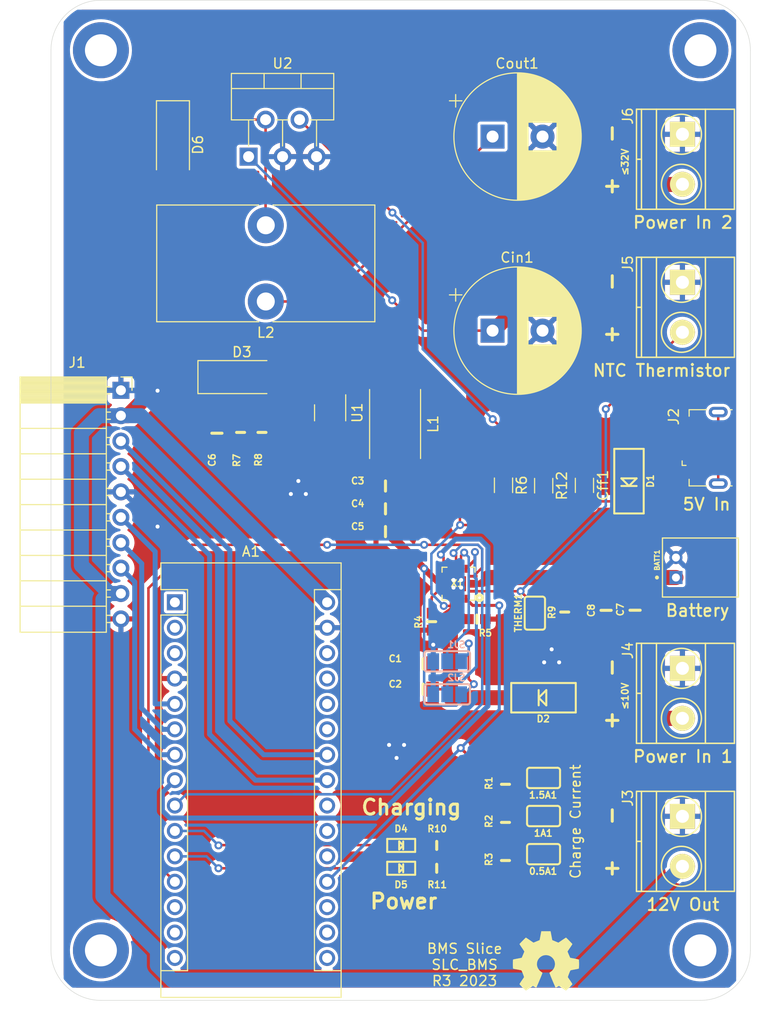
<source format=kicad_pcb>
(kicad_pcb (version 20211014) (generator pcbnew)
  (layers (0 "F.Cu" signal) (31 "B.Cu" signal) (34 "B.Paste" user) (35 "F.Paste" user) (36 "B.SilkS" user "B.Silkscreen") (37 "F.SilkS" user "F.Silkscreen") (38 "B.Mask" user) (39 "F.Mask" user) (44 "Edge.Cuts" user))
  (net 0 "")
  (net 1 "Net-(0.5A1-Pad2)")
  (net 2 "Net-(1.5A1-Pad2)")
  (net 3 "Net-(1A1-Pad2)")
  (net 4 "GND")
  (net 8 "+5V")
  (net 9 "/CHGI")
  (net 10 "/CHG_EN")
  (net 12 "/I2C_CLK")
  (net 13 "/I2C_DAT")
  (net 15 "/SYNC")
  (net 17 "/E_STOP")
  (net 21 "/PGOODI")
  (net 25 "/INT")
  (net 26 "Net-(D3-Pad2)")
  (net 27 "Net-(D5-PadC)")
  (net 28 "/PWR")
  (net 32 "VLIPO")
  (net 33 "VBUS")
  (net 34 "/OUT")
  (net 35 "Net-(D1-PadA)")
  (net 36 "Net-(D2-PadA)")
  (net 37 "Net-(D4-PadC)")
  (net 41 "unconnected-(J2-Pad6)")
  (net 42 "/~{CHG}")
  (net 43 "/~{PGOOD}")
  (net 44 "Net-(R7-Pad2)")
  (net 45 "/ISET")
  (net 46 "/THERM")
  (net 47 "/ILIM")
  (net 48 "/ITERM")
  (net 49 "Net-(R9-Pad1)")
  (net 50 "/EN1")
  (net 51 "/EN2")
  (net 53 "Net-(Cff1-Pad1)")
  (net 54 "/Vmotor")
  (net 55 "Net-(D6-Pad1)")
  (footprint "MountingHole:MountingHole_3.2mm_M3_DIN965_Pad" (layer "F.Cu") (at 127.6 44.8)
    (fp_text reference "H1" hide)
    (fp_text value "MountingHole")
  )
  (footprint "MountingHole:MountingHole_3.2mm_M3_DIN965_Pad" (layer "F.Cu") (at 187.6 44.8)
    (fp_text reference "H2" hide)
    (fp_text value "MountingHole")
  )
  (footprint "MountingHole:MountingHole_3.2mm_M3_DIN965_Pad" (layer "F.Cu") (at 127.6 134.8)
    (fp_text reference "H3" hide)
    (fp_text value "MountingHole")
  )
  (footprint "MountingHole:MountingHole_3.2mm_M3_DIN965_Pad" (layer "F.Cu") (at 187.6 134.8)
    (fp_text reference "H4" hide)
    (fp_text value "MountingHole")
  )
  (footprint "Module:Arduino_Nano" (layer "F.Cu") (at 135 100)
    (fp_text reference "A1")
    (fp_text value "Arduino_Nano_v3.x")
  )
  (footprint "Adafruit_BQ24074:0805-NO" (layer "F.Cu") (at 159.842 108.69 180)
    (fp_text reference "C2")
    (fp_text value "10uF")
  )
  (footprint "Connector_PinSocket_2.54mm:PinSocket_1x10_P2.54mm_Horizontal" (layer "F.Cu") (at 129.6 78.8)
    (fp_text reference "J1")
    (fp_text value "Conn_01x10_Female")
  )
  (footprint "Adafruit_BQ24074:0805-NO" (layer "F.Cu") (at 159.842 106.15 180)
    (fp_text reference "C1")
    (fp_text value "10uF")
  )
  (footprint "Symbol:OSHW-Symbol_6.7x6mm_SilkScreen" (layer "F.Cu") (at 172.13 135.863)
    (fp_text reference "Logo1" hide)
    (fp_text value "Logo_Open_Hardware_Small" hide)
  )
  (footprint "Adafruit_BQ24074:0805-NO" (layer "F.Cu") (at 156.08 88.37 180)
    (fp_text reference "C3")
    (fp_text value "22uF")
  )
  (footprint "Adafruit_BQ24074:0805-NO" (layer "F.Cu") (at 156.08 90.65 180)
    (fp_text reference "C4")
    (fp_text value "C")
  )
  (footprint "Adafruit_BQ24074:0805-NO" (layer "F.Cu") (at 156.08 92.93 180)
    (fp_text reference "C5")
    (fp_text value "C")
  )
  (footprint "Adafruit_BQ24074:0805-NO" (layer "F.Cu") (at 139.21 83.09 -90)
    (fp_text reference "C6")
    (fp_text value "22uF")
  )
  (footprint "Adafruit_BQ24074:SMADIODE" (layer "F.Cu") (at 180.45 87.86 90)
    (fp_text reference "D1")
    (fp_text value "SK34A")
  )
  (footprint "Adafruit_BQ24074:SMADIODE" (layer "F.Cu") (at 171.92 109.54)
    (fp_text reference "D2")
    (fp_text value "SK34A")
  )
  (footprint "Diode_SMD:D_SMA_Handsoldering" (layer "F.Cu") (at 141.71 77.48)
    (fp_text reference "D3")
    (fp_text value "D_Schottky")
  )
  (footprint "Adafruit_BQ24074:CHIPLED_0603" (layer "F.Cu") (at 157.652 124.306 -90)
    (fp_text reference "D4")
    (fp_text value "RED")
  )
  (footprint "Connector_USB:USB_Micro-B_GCT_USB3076-30-A" (layer "F.Cu") (at 188.18 84.55 90)
    (fp_text reference "J2")
    (fp_text value "USB_B_Micro")
  )
  (footprint "Inductor_SMD:L_Taiyo-Yuden_NR-50xx_HandSoldering" (layer "F.Cu") (at 157.04 82.17 90)
    (fp_text reference "L1")
    (fp_text value "22uH")
  )
  (footprint "Adafruit_BQ24074:0603-NO" (layer "F.Cu") (at 168.09 118.195 90)
    (fp_text reference "R1")
    (fp_text value "590" hide)
  )
  (footprint "Adafruit_BQ24074:0603-NO" (layer "F.Cu") (at 168.09 122.005 90)
    (fp_text reference "R2")
    (fp_text value "1K" hide)
  )
  (footprint "Adafruit_BQ24074:0603-NO" (layer "F.Cu") (at 168.09 125.815 90)
    (fp_text reference "R3")
    (fp_text value "2K")
  )
  (footprint "Adafruit_BQ24074:0603-NO" (layer "F.Cu") (at 160.7056 101.9336 -90)
    (fp_text reference "R4")
    (fp_text value "1K")
  )
  (footprint "Adafruit_BQ24074:0603-NO" (layer "F.Cu") (at 165.2268 101.6796)
    (fp_text reference "R5")
    (fp_text value "10K")
  )
  (footprint "Adafruit_BQ24074:0603-NO" (layer "F.Cu") (at 141.58 83.01 -90)
    (fp_text reference "R7")
    (fp_text value "39k")
  )
  (footprint "Adafruit_BQ24074:0603-NO" (layer "F.Cu") (at 143.72 83.01 90)
    (fp_text reference "R8")
    (fp_text value "2.2k")
  )
  (footprint "Adafruit_BQ24074:0603-NO" (layer "F.Cu") (at 174.02 100.972 90)
    (fp_text reference "R9")
    (fp_text value "10K")
  )
  (footprint "Package_TO_SOT_SMD:SOT-23-6" (layer "F.Cu") (at 150.54 81.05 -90)
    (fp_text reference "U1")
    (fp_text value "MT3608")
  )
  (footprint "Inductor_THT:L_Toroid_Vertical_L21.6mm_W11.4mm_P7.62mm_Pulse_KM-3" (layer "F.Cu") (at 144.1 62.3)
    (fp_text reference "L2")
    (fp_text value "53uH")
  )
  (footprint "Capacitor_THT:CP_Radial_D12.5mm_P5.00mm" (layer "F.Cu") (at 166.796041 53.43)
    (fp_text reference "Cout1")
    (fp_text value "470uF")
  )
  (footprint "BREAD_Slice:TerminalBlock_Pheonix_MKDS1.5-2pol" (layer "F.Cu") (at 185.8 121.4 -90)
    (fp_text reference "J3")
    (fp_text value "Screw_Terminal_01x02")
  )
  (footprint "Capacitor_SMD:C_1206_3216Metric_Pad1.33x1.80mm_HandSolder" (layer "F.Cu") (at 175.9925 88.3075 -90)
    (fp_text reference "Cff1")
    (fp_text value "3.3nF")
  )
  (footprint "Diode_SMD:D_SMA_Handsoldering" (layer "F.Cu") (at 134.81 54.25 -90)
    (fp_text reference "D6")
    (fp_text value "D_Schottky")
  )
  (footprint "BREAD_Slice:TerminalBlock_Pheonix_MKDS1.5-2pol" (layer "F.Cu") (at 185.8 106.6 -90)
    (fp_text reference "J4")
    (fp_text value "Screw_Terminal_01x02")
  )
  (footprint "Package_TO_SOT_THT:TO-220-5_P3.4x3.7mm_StaggerOdd_Lead3.8mm_Vertical" (layer "F.Cu") (at 142.38 55.44)
    (fp_text reference "U2")
    (fp_text value "LM2596S-ADJ")
  )
  (footprint "BREAD_Slice:TerminalBlock_Pheonix_MKDS1.5-2pol" (layer "F.Cu") (at 185.8 53.2 -90)
    (fp_text reference "J6")
    (fp_text value "Screw_Terminal_01x02")
  )
  (footprint "Adafruit_BQ24074:0603-NO" (layer "F.Cu") (at 161.208 126.592)
    (fp_text reference "R11")
    (fp_text value "10K")
  )
  (footprint "Adafruit_BQ24074:SOLDERJUMPER_CLOSEDWIRE" (layer "F.Cu") (at 171.9 121.37 180)
    (fp_text reference "1A1")
    (fp_text value "SOLDERJUMPERCLOSED" hide)
  )
  (footprint "Adafruit_BQ24074:SOLDERJUMPER_ARROW_NOPASTE" (layer "F.Cu") (at 171.9 125.18 180)
    (fp_text reference "0.5A1")
    (fp_text value "SOLDERJUMPER" hide)
  )
  (footprint "Adafruit_BQ24074:QFN16_3MM" (layer "F.Cu") (at 163.392 98.143 180)
    (fp_text reference "X1")
    (fp_text value "BQ24074")
  )
  (footprint "Resistor_SMD:R_1206_3216Metric_Pad1.30x1.75mm_HandSolder" (layer "F.Cu") (at 171.9125 88.3375 -90)
    (fp_text reference "R12")
    (fp_text value "4.7k")
  )
  (footprint "Adafruit_BQ24074:0805-NO" (layer "F.Cu") (at 178.16 100.8 -90)
    (fp_text reference "C8")
    (fp_text value "10uF")
  )
  (footprint "BREAD_Slice:TerminalBlock_Pheonix_MKDS1.5-2pol" (layer "F.Cu") (at 185.8 68 -90)
    (fp_text reference "J5")
    (fp_text value "Screw_Terminal_01x02")
  )
  (footprint "Adafruit_BQ24074:SOLDERJUMPER_CLOSEDWIRE" (layer "F.Cu") (at 171.03 101.082 90)
    (fp_text reference "THERM1")
    (fp_text value "SOLDERJUMPERCLOSED")
  )
  (footprint "Resistor_SMD:R_1206_3216Metric_Pad1.30x1.75mm_HandSolder" (layer "F.Cu") (at 167.8925 88.2975 -90)
    (fp_text reference "R6")
    (fp_text value "1k")
  )
  (footprint "Adafruit_BQ24074:SOLDERJUMPER_ARROW_NOPASTE" (layer "F.Cu") (at 171.9 117.56 180)
    (fp_text reference "1.5A1")
    (fp_text value "SOLDERJUMPER" hide)
  )
  (footprint "Capacitor_THT:CP_Radial_D12.5mm_P5.00mm" (layer "F.Cu") (at 166.796041 72.8353)
    (fp_text reference "Cin1")
    (fp_text value "680uF")
  )
  (footprint "Adafruit_BQ24074:0805-NO" (layer "F.Cu") (at 181.06 100.79 -90)
    (fp_text reference "C7")
    (fp_text value "10uF")
  )
  (footprint "Adafruit_BQ24074:CHIPLED_0603" (layer "F.Cu") (at 157.652 126.592 -90)
    (fp_text reference "D5")
    (fp_text value "GREEN")
  )
  (footprint "Adafruit_BQ24074:0603-NO" (layer "F.Cu") (at 161.208 124.306)
    (fp_text reference "R10")
    (fp_text value "10K")
  )
  (footprint "BREAD_Slice:JST_S2B-PH-K-S(LF)(SN)" (layer "F.Cu") (at 185.15 96.52 90)
    (fp_text reference "BATT1")
    (fp_text value "JST 2PH")
  )
  (footprint "Adafruit_BQ24074:SOLDERJUMPER_2WAY_OPEN_NOPASTE" (layer "B.Cu") (at 162.255 105.896 180)
    (fp_text reference locked "SJ1")
    (fp_text value "SOLDERJUMPER_2WAY")
  )
  (footprint "Adafruit_BQ24074:SOLDERJUMPER_2WAY_OPEN_NOPASTE" (layer "B.Cu") (at 162.255 109.198 180)
    (fp_text reference "SJ2")
    (fp_text value "SOLDERJUMPER_2WAY")
  )
  (gr_line (start 192.6 44.8) (end 192.6 134.8) (layer "Edge.Cuts") (width 0.05))
  (gr_line (start 127.6 39.8) (end 187.6 39.8) (layer "Edge.Cuts") (width 0.05))
  (gr_line (start 127.6 139.8) (end 187.6 139.8) (layer "Edge.Cuts") (width 0.05))
  (gr_arc (start 127.6 139.8) (mid 124.064466 138.335534) (end 122.6 134.8) (layer "Edge.Cuts") (width 0.05))
  (gr_arc (start 122.6 44.8) (mid 124.064466 41.264466) (end 127.6 39.8) (layer "Edge.Cuts") (width 0.05))
  (gr_line (start 122.6 134.8) (end 122.6 44.8) (layer "Edge.Cuts") (width 0.05))
  (gr_arc (start 187.6 39.8) (mid 191.135534 41.264466) (end 192.6 44.8) (layer "Edge.Cuts") (width 0.05))
  (gr_arc (start 192.6 134.8) (mid 191.135534 138.335534) (end 187.6 139.8) (layer "Edge.Cuts") (width 0.05))
  (gr_text "Battery" (at 187.31 100.82) (layer "F.SilkS") (effects (font (size 1.2 1.2) (thickness 0.2))))
  (gr_text "+   -" (at 178.67 70.56 90) (layer "F.SilkS") (effects (font (size 1.5 1.5) (thickness 0.3))))
  (gr_text "≤32V" (at 180.45 54.55 90) (layer "F.SilkS") (effects (font (size 0.666496 0.666496) (thickness 0.146304)) (justify right bottom)))
  (gr_text "+   -" (at 178.67 123.96 90) (layer "F.SilkS") (effects (font (size 1.5 1.5) (thickness 0.3))))
  (gr_text "Charging" (at 158.668 120.496) (layer "F.SilkS") (effects (font (size 1.5 1.5) (thickness 0.3))))
  (gr_text "12V Out" (at 185.85 130.22) (layer "F.SilkS") (effects (font (size 1.2 1.2) (thickness 0.2))))
  (gr_text "+   -" (at 178.67 109.16 90) (layer "F.SilkS") (effects (font (size 1.5 1.5) (thickness 0.3))))
  (gr_text "≤10V" (at 180.45 107.95 90) (layer "F.SilkS") (effects (font (size 0.666496 0.666496) (thickness 0.146304)) (justify right bottom)))
  (gr_text "Power" (at 157.906 129.894) (layer "F.SilkS") (effects (font (size 1.5 1.5) (thickness 0.3))))
  (gr_text "+   -" (at 178.67 55.76 90) (layer "F.SilkS") (effects (font (size 1.5 1.5) (thickness 0.3))))
  (gr_text "Power In 2" (at 185.85 62.02) (layer "F.SilkS") (effects (font (size 1.2 1.2) (thickness 0.2))))
  (gr_text "BMS Slice\nSLC_BMS\nR3 2023" (at 164 136.244) (layer "F.SilkS") (effects (font (size 1 1))))
  (gr_text "5V In" (at 188.22 90.2) (layer "F.SilkS") (effects (font (size 1.2 1.2) (thickness 0.2))))
  (gr_text "NTC Thermistor" (at 183.707 76.82) (layer "F.SilkS") (effects (font (size 1.2 1.2) (thickness 0.2))))
  (gr_text "Charge Current" (at 175.1 121.93 90) (layer "F.SilkS") (effects (font (size 1 1))))
  (gr_text "Power In 1" (at 185.85 115.42) (layer "F.SilkS") (effects (font (size 1.2 1.2) (thickness 0.2))))
  (segment (start 170.884 125.18) (end 170.669 124.965) (width 0.25) (layer "F.Cu") (net 1))
  (segment (start 170.669 124.965) (end 168.09 124.965) (width 0.25) (layer "F.Cu") (net 1))
  (segment (start 170.884 117.56) (end 168.305 117.56) (width 0.3) (layer "F.Cu") (net 2))
  (segment (start 168.305 121.37) (end 168.09 121.155) (width 0.25) (layer "F.Cu") (net 3))
  (segment (start 171.138 121.37) (end 168.305 121.37) (width 0.25) (layer "F.Cu") (net 3))
  (segment (start 162.642 98.280498) (end 162.642 96.643) (width 0.25) (layer "F.Cu") (net 4))
  (segment (start 149.631751 78.62) (end 150.54 79.528249) (width 0.25) (layer "F.Cu") (net 4))
  (segment (start 163.142 98.656682) (end 163.142 99.643) (width 0.25) (layer "F.Cu") (net 4))
  (segment (start 133.268 78.84) (end 133.268 92.429) (width 0.5) (layer "F.Cu") (net 4))
  (segment (start 162.891502 98.53) (end 162.642 98.280498) (width 0.25) (layer "F.Cu") (net 4))
  (segment (start 172.916 117.56) (end 172.916 121.116) (width 0.4) (layer "F.Cu") (net 4))
  (segment (start 150.54 79.528249) (end 150.54 79.9125) (width 0.25) (layer "F.Cu") (net 4))
  (segment (start 172.916 125.18) (end 172.916 121.624) (width 0.4) (layer "F.Cu") (net 4))
  (segment (start 148.865 78.62) (end 149.631751 78.62) (width 0.25) (layer "F.Cu") (net 4))
  (segment (start 186.73 83.25) (end 185.55 83.25) (width 0.25) (layer "F.Cu") (net 4))
  (via (at 148.11 89.17) (size 0.8) (drill 0.4) (layers "F.Cu" "B.Cu") (net 4))
  (via (at 162.891502 98.53) (size 0.8) (drill 0.4) (layers "F.Cu" "B.Cu") (net 4))
  (via (at 163.652 98.53) (size 0.8) (drill 0.4) (layers "F.Cu" "B.Cu") (net 4))
  (via (at 160.86 104.24) (size 0.8) (drill 0.4) (layers "F.Cu" "B.Cu") (net 4))
  (via (at 162.89 97.768) (size 0.8) (drill 0.4) (layers "F.Cu" "B.Cu") (net 4))
  (via (at 163.652 97.768) (size 0.8) (drill 0.4) (layers "F.Cu" "B.Cu") (net 4))
  (via (at 133.268 78.84) (size 0.8) (drill 0.4) (layers "F.Cu" "B.Cu") (net 4))
  (via (at 133.268 92.429) (size 0.8) (drill 0.4) (layers "F.Cu" "B.Cu") (net 4))
  (via (at 157.19 115.56) (size 0.8) (drill 0.4) (layers "F.Cu" "B.Cu") (net 4))
  (via (at 147.36 87.87) (size 0.8) (drill 0.4) (layers "F.Cu" "B.Cu") (net 4))
  (via (at 173.46 106) (size 0.8) (drill 0.4) (layers "F.Cu" "B.Cu") (net 4))
  (via (at 171.96 106) (size 0.8) (drill 0.4) (layers "F.Cu" "B.Cu") (net 4))
  (via (at 157.94 114.26) (size 0.8) (drill 0.4) (layers "F.Cu" "B.Cu") (net 4))
  (via (at 146.61 89.17) (size 0.8) (drill 0.4) (layers "F.Cu" "B.Cu") (net 4))
  (via (at 156.44 114.26) (size 0.8) (drill 0.4) (layers "F.Cu" "B.Cu") (net 4))
  (via (at 172.71 104.7) (size 0.8) (drill 0.4) (layers "F.Cu" "B.Cu") (net 4))
  (segment (start 133.268 92.429) (end 129.799 88.96) (width 0.5) (layer "B.Cu") (net 4))
  (segment (start 133.268 78.84) (end 129.64 78.84) (width 0.5) (layer "B.Cu") (net 4))
  (segment (start 129.64 78.84) (end 129.6 78.8) (width 0.5) (layer "B.Cu") (net 4))
  (segment (start 139.394511 124.275489) (end 139.364 124.306) (width 0.25) (layer "F.Cu") (net 9))
  (segment (start 156.871489 124.275489) (end 139.394511 124.275489) (width 0.25) (layer "F.Cu") (net 9))
  (segment (start 156.902 124.306) (end 156.871489 124.275489) (width 0.25) (layer "F.Cu") (net 9))
  (via (at 139.364 124.306) (size 0.8) (drill 0.4) (layers "F.Cu" "B.Cu") (net 9))
  (segment (start 137.918 122.86) (end 135 122.86) (width 0.25) (layer "B.Cu") (net 9))
  (segment (start 139.364 124.306) (end 137.918 122.86) (width 0.25) (layer "B.Cu") (net 9))
  (segment (start 165.757503 94.673695) (end 165.757503 96.527497) (width 0.25) (layer "F.Cu") (net 10))
  (segment (start 132.355255 125.295255) (end 135 127.94) (width 0.25) (layer "F.Cu") (net 10))
  (segment (start 132.355255 98.584745) (end 132.355255 125.295255) (width 0.25) (layer "F.Cu") (net 10))
  (segment (start 165.757503 96.527497) (end 164.892 97.393) (width 0.25) (layer "F.Cu") (net 10))
  (segment (start 136.691 94.249) (end 132.355255 98.584745) (width 0.25) (layer "F.Cu") (net 10))
  (segment (start 150.239 94.249) (end 136.691 94.249) (width 0.25) (layer "F.Cu") (net 10))
  (segment (start 160.151 94.249) (end 165.332808 94.249) (width 0.25) (layer "F.Cu") (net 10))
  (segment (start 165.332808 94.249) (end 165.757503 94.673695) (width 0.25) (layer "F.Cu") (net 10))
  (via (at 159.9488 94.249) (size 0.8) (drill 0.4) (layers "F.Cu" "B.Cu") (net 10))
  (via (at 150.24 94.249) (size 0.8) (drill 0.4) (layers "F.Cu" "B.Cu") (net 10))
  (segment (start 160.151 94.249) (end 150.239 94.249) (width 0.25) (layer "B.Cu") (net 10))
  (segment (start 150.24 115.24) (end 143.887 115.24) (width 0.5) (layer "B.Cu") (net 12))
  (segment (start 140.507 111.86) (end 140.507 94.787) (width 0.5) (layer "B.Cu") (net 12))
  (segment (start 140.507 94.787) (end 129.6 83.88) (width 0.5) (layer "B.Cu") (net 12))
  (segment (start 143.887 115.24) (end 140.507 111.86) (width 0.5) (layer "B.Cu") (net 12))
  (segment (start 143.0615 117.78) (end 150.24 117.78) (width 0.5) (layer "B.Cu") (net 13))
  (segment (start 129.6 86.42) (end 138.475 95.295) (width 0.5) (layer "B.Cu") (net 13))
  (segment (start 138.475 95.295) (end 138.475 113.1935) (width 0.5) (layer "B.Cu") (net 13))
  (segment (start 138.475 113.1935) (end 143.0615 117.78) (width 0.5) (layer "B.Cu") (net 13))
  (segment (start 130.982 97.962) (end 129.6 96.58) (width 0.5) (layer "B.Cu") (net 15))
  (segment (start 135 115.24) (end 133.5365 115.24) (width 0.5) (layer "B.Cu") (net 15))
  (segment (start 133.5365 115.24) (end 130.982 112.6855) (width 0.5) (layer "B.Cu") (net 15))
  (segment (start 130.982 112.6855) (end 130.982 97.962) (width 0.5) (layer "B.Cu") (net 15))
  (segment (start 133.0285 94.9285) (end 129.6 91.5) (width 0.5) (layer "B.Cu") (net 17))
  (segment (start 135 110.16) (end 133.0285 110.16) (width 0.5) (layer "B.Cu") (net 17))
  (segment (start 133.0285 110.16) (end 133.0285 94.9285) (width 0.5) (layer "B.Cu") (net 17))
  (segment (start 156.902 126.592) (end 139.364 126.592) (width 0.25) (layer "F.Cu") (net 21))
  (via (at 139.364 126.592) (size 0.8) (drill 0.4) (layers "F.Cu" "B.Cu") (net 21))
  (segment (start 139.364 126.592) (end 138.172 125.4) (width 0.25) (layer "B.Cu") (net 21))
  (segment (start 138.172 125.4) (end 135 125.4) (width 0.25) (layer "B.Cu") (net 21))
  (segment (start 135 112.7) (end 133.7905 112.7) (width 0.5) (layer "B.Cu") (net 25))
  (segment (start 131.68201 96.12201) (end 129.6 94.04) (width 0.5) (layer "B.Cu") (net 25))
  (segment (start 131.68201 110.59151) (end 131.68201 96.12201) (width 0.5) (layer "B.Cu") (net 25))
  (segment (start 133.7905 112.7) (end 131.68201 110.59151) (width 0.5) (layer "B.Cu") (net 25))
  (segment (start 149.618528 77.48) (end 151.49 79.351472) (width 0.5) (layer "F.Cu") (net 26))
  (segment (start 151.4975 79.92) (end 157.04 79.92) (width 0.5) (layer "F.Cu") (net 26))
  (segment (start 144.21 77.48) (end 149.618528 77.48) (width 0.5) (layer "F.Cu") (net 26))
  (segment (start 151.49 79.351472) (end 151.49 79.9125) (width 0.5) (layer "F.Cu") (net 26))
  (segment (start 151.49 79.9125) (end 151.4975 79.92) (width 0.5) (layer "F.Cu") (net 26))
  (segment (start 158.402 126.592) (end 160.358 126.592) (width 0.25) (layer "F.Cu") (net 27))
  (segment (start 131.918 79.699189) (end 131.918 78.280811) (width 1.5) (layer "F.Cu") (net 28))
  (segment (start 129.6 81.34) (end 130.277189 81.34) (width 1.5) (layer "F.Cu") (net 28))
  (segment (start 130.277189 81.34) (end 131.918 79.699189) (width 1.5) (layer "F.Cu") (net 28))
  (segment (start 139.21 80.36) (end 139.21 82.14) (width 0.5) (layer "F.Cu") (net 28))
  (segment (start 139.21 82.14) (end 139.21 77.48) (width 0.5) (layer "F.Cu") (net 28))
  (segment (start 132.708811 77.49) (end 138.49 77.49) (width 1.5) (layer "F.Cu") (net 28))
  (segment (start 131.918 78.280811) (end 132.708811 77.49) (width 1.5) (layer "F.Cu") (net 28))
  (segment (start 139.23 82.16) (end 139.21 82.14) (width 0.5) (layer "F.Cu") (net 28))
  (segment (start 141.58 82.16) (end 139.23 82.16) (width 0.5) (layer "F.Cu") (net 28))
  (segment (start 129.6 81.34) (end 131.58 81.34) (width 1.5) (layer "B.Cu") (net 28))
  (segment (start 174.432 137.768) (end 185.8 126.4) (width 1.5) (layer "B.Cu") (net 28))
  (segment (start 133.250489 134.835328) (end 133.250489 136.284672) (width 1.5) (layer "B.Cu") (net 28))
  (segment (start 128.4655 99.12) (end 129.6 99.12) (width 1.5) (layer "B.Cu") (net 28))
  (segment (start 128.397919 99.12) (end 127.800489 99.71743) (width 1.5) (layer "B.Cu") (net 28))
  (segment (start 127.4025 81.34) (end 125.648 83.0945) (width 1.5) (layer "B.Cu") (net 28))
  (segment (start 133.250489 136.284672) (end 134.733817 137.768) (width 1.5) (layer "B.Cu") (net 28))
  (segment (start 125.648 96.3025) (end 128.4655 99.12) (width 1.5) (layer "B.Cu") (net 28))
  (segment (start 185.8 126.47) (end 185.8 126.4) (width 1.5) (layer "B.Cu") (net 28))
  (segment (start 125.648 83.0945) (end 125.648 96.3025) (width 1.5) (layer "B.Cu") (net 28))
  (segment (start 129.6 99.12) (end 128.397919 99.12) (width 1.5) (layer "B.Cu") (net 28))
  (segment (start 134.733817 137.768) (end 174.432 137.768) (width 1.5) (layer "B.Cu") (net 28))
  (segment (start 131.58 81.34) (end 135.535 85.295) (width 1.5) (layer "B.Cu") (net 28))
  (segment (start 129.6 81.34) (end 127.4025 81.34) (width 1.5) (layer "B.Cu") (net 28))
  (segment (start 135.535 85.295) (end 150.24 100) (width 1.5) (layer "B.Cu") (net 28))
  (segment (start 127.800489 129.385328) (end 133.250489 134.835328) (width 1.5) (layer "B.Cu") (net 28))
  (segment (start 127.800489 99.71743) (end 127.800489 129.385328) (width 1.5) (layer "B.Cu") (net 28))
  (segment (start 175.594 97.274) (end 175.84 97.52) (width 0.25) (layer "F.Cu") (net 32))
  (segment (start 181.26 97.52) (end 185.15 97.52) (width 1.5) (layer "F.Cu") (net 32))
  (segment (start 178.136 97.52) (end 181.26 97.52) (width 1.5) (layer "F.Cu") (net 32))
  (segment (start 178.16 97.544) (end 178.136 97.52) (width 0.25) (layer "F.Cu") (net 32))
  (segment (start 175.84 97.52) (end 166.37 97.52) (width 1.5) (layer "F.Cu") (net 32))
  (segment (start 177.88 97.264) (end 178.136 97.52) (width 0.25) (layer "F.Cu") (net 32))
  (segment (start 181.06 99.84) (end 181.06 97.72) (width 0.25) (layer "F.Cu") (net 32))
  (segment (start 181.06 97.72) (end 181.26 97.52) (width 0.25) (layer "F.Cu") (net 32))
  (segment (start 178.136 97.52) (end 175.84 97.52) (width 1.5) (layer "F.Cu") (net 32))
  (segment (start 178.16 99.85) (end 178.16 97.544) (width 0.25) (layer "F.Cu") (net 32))
  (segment (start 175.59 97.26) (end 175.402 97.448) (width 0.4) (layer "F.Cu") (net 32))
  (segment (start 160.792 106.15) (end 160.792 108.69) (width 0.25) (layer "F.Cu") (net 33))
  (segment (start 160.792 108.69) (end 161.849 108.69) (width 0.25) (layer "F.Cu") (net 33))
  (segment (start 175.9925 89.87) (end 171.93 89.87) (width 0.25) (layer "F.Cu") (net 33))
  (segment (start 154.27 69.92) (end 150.33 69.92) (width 0.25) (layer "F.Cu") (net 33))
  (segment (start 180.45 89.9047) (end 176.0272 89.9047) (width 0.25) (layer "F.Cu") (net 33))
  (segment (start 162.642 100.359347) (end 161.9175 100.359347) (width 0.25) (layer "F.Cu") (net 33))
  (segment (start 171.9125 89.8875) (end 171.9578 89.9328) (width 0.25) (layer "F.Cu") (net 33))
  (segment (start 166.796041 53.43) (end 150.306041 69.92) (width 0.25) (layer "F.Cu") (net 33))
  (segment (start 169.53 92.27) (end 163.55 92.27) (width 0.25) (layer "F.Cu") (net 33))
  (segment (start 162.642 100.338) (end 162.642 101.572) (width 0.25) (layer "F.Cu") (net 33))
  (segment (start 162.577489 104.857489) (end 162.577489 101.636511) (width 1.5) (layer "F.Cu") (net 33))
  (segment (start 171.93 89.87) (end 171.9125 89.8875) (width 0.25) (layer "F.Cu") (net 33))
  (segment (start 166.796041 54.113959) (end 166.796041 53.43) (width 0.25) (layer "F.Cu") (net 33))
  (segment (start 162.577489 104.857489) (end 162.577489 107.746678) (width 1.5) (layer "F.Cu") (net 33))
  (segment (start 162.577489 109.54) (end 169.8753 109.54) (width 1.5) (layer "F.Cu") (net 33))
  (segment (start 171.9125 89.8875) (end 169.53 92.27) (width 0.25) (layer "F.Cu") (net 33))
  (segment (start 162.642 101.572) (end 162.636 101.578) (width 0.25) (layer "F.Cu") (net 33))
  (segment (start 163.53 79.18) (end 154.27 69.92) (width 0.25) (layer "F.Cu") (net 33))
  (segment (start 163.53 92.25) (end 163.53 79.18) (width 0.25) (layer "F.Cu") (net 33))
  (segment (start 161.849 108.69) (end 162.577489 109.418489) (width 0.25) (layer "F.Cu") (net 33))
  (segment (start 162.642 99.643) (end 162.642 100.338) (width 0.25) (layer "F.Cu") (net 33))
  (segment (start 162.577489 109.418489) (end 162.577489 104.857489) (width 1.5) (layer "F.Cu") (net 33))
  (segment (start 163.55 92.27) (end 163.53 92.25) (width 0.25) (layer "F.Cu") (net 33))
  (segment (start 176.0272 89.9047) (end 175.9925 89.87) (width 0.25) (layer "F.Cu") (net 33))
  (segment (start 150.306041 69.92) (end 144.1 69.92) (width 0.25) (layer "F.Cu") (net 33))
  (via (at 163.55 92.27) (size 0.8) (drill 0.4) (layers "F.Cu" "B.Cu") (net 33))
  (via (at 161.9175 100.359347) (size 0.8) (drill 0.4) (layers "F.Cu" "B.Cu") (net 33))
  (segment (start 161.9175 100.359347) (end 160.6738 99.115648) (width 0.25) (layer "B.Cu") (net 33))
  (segment (start 160.6738 95.1438) (end 163.5476 92.27) (width 0.25) (layer "B.Cu") (net 33))
  (segment (start 160.6738 99.115648) (end 160.6738 95.1438) (width 0.25) (layer "B.Cu") (net 33))
  (segment (start 163.5476 92.27) (end 163.55 92.27) (width 0.25) (layer "B.Cu") (net 33))
  (segment (start 164.414 107.674) (end 164.414 104.118) (width 0.25) (layer "F.Cu") (net 34))
  (segment (start 149.59 82.1875) (end 150.54 82.1875) (width 0.5) (layer "F.Cu") (net 34))
  (segment (start 149.59 82.675736) (end 151.334264 84.42) (width 0.5) (layer "F.Cu") (net 34))
  (segment (start 151.334264 84.42) (end 157.04 84.42) (width 0.5) (layer "F.Cu") (net 34))
  (segment (start 149.59 82.1875) (end 149.59 82.675736) (width 0.5) (layer "F.Cu") (net 34))
  (segment (start 164.922 108.182) (end 164.414 107.674) (width 0.25) (layer "F.Cu") (net 34))
  (via (at 164.922 108.182) (size 0.8) (drill 0.4) (layers "F.Cu" "B.Cu") (net 34))
  (via (at 164.414 104.118) (size 0.8) (drill 0.4) (layers "F.Cu" "B.Cu") (net 34))
  (via (at 159.9488 96.6188) (size 0.8) (drill 0.4) (layers "F.Cu" "B.Cu") (net 34))
  (segment (start 163.906 109.198) (end 164.922 108.182) (width 0.25) (layer "B.Cu") (net 34))
  (segment (start 163.1642 110.3231) (end 163.652 109.8353) (width 0.25) (layer "B.Cu") (net 34))
  (segment (start 164.414 104.118) (end 164.414 105.134) (width 0.25) (layer "B.Cu") (net 34))
  (segment (start 163.652 109.8353) (end 163.652 109.198) (width 0.25) (layer "B.Cu") (net 34))
  (segment (start 159.9488 110.3231) (end 163.1642 110.3231) (width 0.25) (layer "B.Cu") (net 34))
  (segment (start 159.9488 96.6188) (end 159.9488 110.3231) (width 0.25) (layer "B.Cu") (net 34))
  (segment (start 163.652 109.198) (end 163.906 109.198) (width 0.25) (layer "B.Cu") (net 34))
  (segment (start 164.414 105.134) (end 163.652 105.896) (width 0.25) (layer "B.Cu") (net 34))
  (segment (start 180.4593 85.85) (end 180.45 85.8407) (width 0.25) (layer "F.Cu") (net 35))
  (segment (start 186.73 85.85) (end 180.4593 85.85) (width 0.25) (layer "F.Cu") (net 35))
  (segment (start 175.9993 111.6) (end 173.9393 109.54) (width 1.5) (layer "F.Cu") (net 36))
  (segment (start 181.438905 111.6) (end 185.8 111.6) (width 1.5) (layer "F.Cu") (net 36))
  (segment (start 185.8 111.6) (end 175.9993 111.6) (width 1.5) (layer "F.Cu") (net 36))
  (segment (start 160.358 124.306) (end 158.402 124.306) (width 0.25) (layer "F.Cu") (net 37))
  (segment (start 189.38 83.425) (end 189.38 85.675) (width 0.25) (layer "F.Cu") (net 41))
  (segment (start 187.15 82.23) (end 188.185 82.23) (width 0.25) (layer "F.Cu") (net 41))
  (segment (start 189.38 85.675) (end 189.38 88.125) (width 0.25) (layer "F.Cu") (net 41))
  (segment (start 188.185 86.87) (end 189.38 85.675) (width 0.25) (layer "F.Cu") (net 41))
  (segment (start 187.15 86.87) (end 188.185 86.87) (width 0.25) (layer "F.Cu") (net 41))
  (segment (start 188.185 82.23) (end 189.38 83.425) (width 0.25) (layer "F.Cu") (net 41))
  (segment (start 189.38 80.975) (end 189.38 83.425) (width 0.25) (layer "F.Cu") (net 41))
  (segment (start 161.892 95.5) (end 161.62 95.228) (width 0.25) (layer "F.Cu") (net 42))
  (segment (start 161.892 97.393) (end 161.892 95.5) (width 0.25) (layer "F.Cu") (net 42))
  (via (at 161.62 95.228) (size 0.8) (drill 0.4) (layers "F.Cu" "B.Cu") (net 42))
  (segment (start 166.332014 110.365186) (end 166.332014 94.435724) (width 0.5) (layer "B.Cu") (net 42))
  (segment (start 165.570779 93.674489) (end 163.089029 93.674489) (width 0.5) (layer "B.Cu") (net 42))
  (segment (start 133.750489 119.029511) (end 133.750489 120.837565) (width 0.5) (layer "B.Cu") (net 42))
  (segment (start 163.089029 93.674489) (end 161.62 95.143518) (width 0.5) (layer "B.Cu") (net 42))
  (segment (start 155.127689 121.569511) (end 166.332014 110.365186) (width 0.5) (layer "B.Cu") (net 42))
  (segment (start 133.750489 120.837565) (end 134.482435 121.569511) (width 0.5) (layer "B.Cu") (net 42))
  (segment (start 161.62 95.143518) (end 161.62 95.228) (width 0.5) (layer "B.Cu") (net 42))
  (segment (start 166.332014 94.435724) (end 165.570779 93.674489) (width 0.5) (layer "B.Cu") (net 42))
  (segment (start 135 117.78) (end 133.750489 119.029511) (width 0.5) (layer "B.Cu") (net 42))
  (segment (start 134.482435 121.569511) (end 155.127689 121.569511) (width 0.5) (layer "B.Cu") (net 42))
  (segment (start 163.142 96.643) (end 163.142 95.3276) (width 0.25) (layer "F.Cu") (net 43))
  (segment (start 163.142 95.3276) (end 162.89 95.0756) (width 0.25) (layer "F.Cu") (net 43))
  (via (at 162.89 95.0756) (size 0.8) (drill 0.4) (layers "F.Cu" "B.Cu") (net 43))
  (segment (start 146.915978 119.195) (end 146.915489 119.195489) (width 0.25) (layer "B.Cu") (net 43))
  (segment (start 165.757014 94.673897) (end 165.757014 110.127014) (width 0.25) (layer "B.Cu") (net 43))
  (segment (start 163.707497 94.249489) (end 165.332606 94.249489) (width 0.25) (layer "B.Cu") (net 43))
  (segment (start 162.89 95.0756) (end 162.89 95.066986) (width 0.25) (layer "B.Cu") (net 43))
  (segment (start 150.54 119.195489) (end 146.915489 119.195489) (width 0.25) (layer "B.Cu") (net 43))
  (segment (start 156.689028 119.195) (end 146.915978 119.195) (width 0.25) (layer "B.Cu") (net 43))
  (segment (start 146.915489 119.195489) (end 136.124511 119.195489) (width 0.25) (layer "B.Cu") (net 43))
  (segment (start 165.757014 110.127014) (end 156.689028 119.195) (width 0.25) (layer "B.Cu") (net 43))
  (segment (start 165.332606 94.249489) (end 165.757014 94.673897) (width 0.25) (layer "B.Cu") (net 43))
  (segment (start 136.124511 119.195489) (end 135 120.32) (width 0.25) (layer "B.Cu") (net 43))
  (segment (start 162.89 95.066986) (end 163.707497 94.249489) (width 0.25) (layer "B.Cu") (net 43))
  (segment (start 141.58 83.86) (end 143.72 83.86) (width 0.5) (layer "F.Cu") (net 44))
  (segment (start 143.72 83.86) (end 145.6425 83.86) (width 0.5) (layer "F.Cu") (net 44))
  (segment (start 145.6425 83.86) (end 149.59 79.9125) (width 0.5) (layer "F.Cu") (net 44))
  (segment (start 149.5875 79.9125) (end 149.59 79.9125) (width 0.5) (layer "F.Cu") (net 44))
  (segment (start 167.240489 123.704511) (end 167.240489 125.815489) (width 0.3) (layer "F.Cu") (net 45))
  (segment (start 167.240489 125.815489) (end 168.09 126.665) (width 0.3) (layer "F.Cu") (net 45))
  (segment (start 168.085 119.045) (end 163.61 114.57) (width 0.3) (layer "F.Cu") (net 45))
  (segment (start 167.240489 122.005489) (end 168.09 122.855) (width 0.3) (layer "F.Cu") (net 45))
  (segment (start 168.09 119.045) (end 167.240489 119.894511) (width 0.3) (layer "F.Cu") (net 45))
  (segment (start 168.09 119.045) (end 168.085 119.045) (width 0.3) (layer "F.Cu") (net 45))
  (segment (start 164.807 100.308) (end 164.142 99.643) (width 0.3) (layer "F.Cu") (net 45))
  (segment (start 167.240489 119.894511) (end 167.240489 122.005489) (width 0.3) (layer "F.Cu") (net 45))
  (segment (start 167.208 100.308) (end 164.807 100.308) (width 0.3) (layer "F.Cu") (net 45))
  (segment (start 167.542 100.308) (end 167.208 100.308) (width 0.3) (layer "F.Cu") (net 45))
  (segment (start 168.09 122.855) (end 167.240489 123.704511) (width 0.3) (layer "F.Cu") (net 45))
  (via (at 167.462 100.308) (size 0.8) (drill 0.4) (layers "F.Cu" "B.Cu") (net 45))
  (via (at 163.61 114.57) (size 0.8) (drill 0.4) (layers "F.Cu" "B.Cu") (net 45))
  (segment (start 167.462 110.718) (end 167.462 100.308) (width 0.3) (layer "B.Cu") (net 45))
  (segment (start 150.24 127.94) (end 167.462 110.718) (width 0.3) (layer "B.Cu") (net 45))
  (segment (start 164.892 98.893) (end 169.603 98.893) (width 0.25) (layer "F.Cu") (net 46))
  (segment (start 169.603 98.893) (end 169.965 99.255) (width 0.25) (layer "F.Cu") (net 46))
  (segment (start 185.8 73) (end 178.13 80.67) (width 0.25) (layer "F.Cu") (net 46))
  (segment (start 171.03 100.32) (end 169.965 99.255) (width 0.25) (layer "F.Cu") (net 46))
  (via (at 169.603 98.893) (size 0.8) (drill 0.4) (layers "F.Cu" "B.Cu") (net 46))
  (via (at 178.13 80.67) (size 0.8) (drill 0.4) (layers "F.Cu" "B.Cu") (net 46))
  (segment (start 178.13 80.67) (end 178.13 90.37) (width 0.25) (layer "B.Cu") (net 46))
  (segment (start 178.13 90.37) (end 169.607 98.893) (width 0.25) (layer "B.Cu") (net 46))
  (segment (start 169.607 98.893) (end 169.603 98.893) (width 0.25) (layer "B.Cu") (net 46))
  (segment (start 161.892 98.893) (end 161.3078 98.893) (width 0.25) (layer "F.Cu") (net 47))
  (segment (start 161.3078 98.893) (end 160.7056 99.4952) (width 0.25) (layer "F.Cu") (net 47))
  (segment (start 160.7056 99.4952) (end 160.7056 101.0836) (width 0.25) (layer "F.Cu") (net 47))
  (segment (start 163.642 100.9448) (end 164.3768 101.6796) (width 0.25) (layer "F.Cu") (net 48))
  (segment (start 163.642 99.643) (end 163.642 100.9448) (width 0.25) (layer "F.Cu") (net 48))
  (segment (start 174.02 101.822) (end 171.052 101.822) (width 0.25) (layer "F.Cu") (net 49))
  (segment (start 171.052 101.822) (end 171.03 101.844) (width 0.25) (layer "F.Cu") (net 49))
  (segment (start 163.642 95.3396) (end 163.9568 95.0248) (width 0.25) (layer "F.Cu") (net 50))
  (segment (start 163.642 96.643) (end 163.642 95.3396) (width 0.25) (layer "F.Cu") (net 50))
  (via (at 163.9568 95.0248) (size 0.8) (drill 0.4) (layers "F.Cu" "B.Cu") (net 50))
  (segment (start 162.255 104.8459) (end 162.255 105.896) (width 0.25) (layer "B.Cu") (net 50))
  (segment (start 164.414 102.6869) (end 162.255 104.8459) (width 0.25) (layer "B.Cu") (net 50))
  (segment (start 164.414 95.482) (end 164.414 102.6869) (width 0.25) (layer "B.Cu") (net 50))
  (segment (start 163.9568 95.0248) (end 164.414 95.482) (width 0.25) (layer "B.Cu") (net 50))
  (segment (start 165.032503 95.752497) (end 165.032503 94.974) (width 0.3) (layer "F.Cu") (net 51))
  (segment (start 164.142 96.643) (end 165.032503 95.752497) (width 0.3) (layer "F.Cu") (net 51))
  (via (at 165.032503 94.974) (size 0.8) (drill 0.4) (layers "F.Cu" "B.Cu") (net 51))
  (segment (start 165.176 97.673994) (end 165.176 106.455322) (width 0.3) (layer "B.Cu") (net 51))
  (segment (start 162.255 108.0979) (end 162.255 109.198) (width 0.3) (layer "B.Cu") (net 51))
  (segment (start 165.032503 94.974) (end 165.032503 97.530497) (width 0.3) (layer "B.Cu") (net 51))
  (segment (start 165.032503 97.530497) (end 165.176 97.673994) (width 0.3) (layer "B.Cu") (net 51))
  (segment (start 165.176 106.455322) (end 163.703322 107.928) (width 0.3) (layer "B.Cu") (net 51))
  (segment (start 162.4249 107.928) (end 162.255 108.0979) (width 0.3) (layer "B.Cu") (net 51))
  (segment (start 163.703322 107.928) (end 162.4249 107.928) (width 0.3) (layer "B.Cu") (net 51))
  (segment (start 166.81 81.685) (end 171.9125 86.7875) (width 0.25) (layer "F.Cu") (net 53))
  (segment (start 170.9525 86.7875) (end 167.8925 89.8475) (width 0.25) (layer "F.Cu") (net 53))
  (segment (start 171.955 86.745) (end 171.9125 86.7875) (width 0.25) (layer "F.Cu") (net 53))
  (segment (start 175.9925 86.745) (end 171.955 86.745) (width 0.25) (layer "F.Cu") (net 53))
  (segment (start 171.9125 86.7875) (end 170.9525 86.7875) (width 0.25) (layer "F.Cu") (net 53))
  (segment (start 147.48 51.74) (end 156.775 61.035) (width 0.25) (layer "F.Cu") (net 53))
  (via (at 156.775 61.035) (size 0.8) (drill 0.4) (layers "F.Cu" "B.Cu") (net 53))
  (via (at 166.81 81.685) (size 0.8) (drill 0.4) (layers "F.Cu" "B.Cu") (net 53))
  (segment (start 159.81 64.07) (end 159.81 74.685) (width 0.25) (layer "B.Cu") (net 53))
  (segment (start 156.775 61.035) (end 159.81 64.07) (width 0.25) (layer "B.Cu") (net 53))
  (segment (start 159.81 74.685) (end 166.81 81.685) (width 0.25) (layer "B.Cu") (net 53))
  (segment (start 181.52 58.22) (end 185.78 58.22) (width 1.5) (layer "F.Cu") (net 54))
  (segment (start 166.9047 72.8353) (end 181.52 58.22) (width 1.5) (layer "F.Cu") (net 54))
  (segment (start 159.7853 72.8353) (end 166.796041 72.8353) (width 0.25) (layer "F.Cu") (net 54))
  (segment (start 185.78 58.22) (end 185.8 58.2) (width 1.5) (layer "F.Cu") (net 54))
  (segment (start 156.75 69.8) (end 159.7853 72.8353) (width 0.25) (layer "F.Cu") (net 54))
  (segment (start 166.796041 72.8353) (end 166.9047 72.8353) (width 1.5) (layer "F.Cu") (net 54))
  (via (at 156.75 69.8) (size 0.8) (drill 0.4) (layers "F.Cu" "B.Cu") (net 54))
  (segment (start 142.39 55.44) (end 156.75 69.8) (width 0.25) (layer "B.Cu") (net 54))
  (segment (start 142.38 55.44) (end 142.39 55.44) (width 0.25) (layer "B.Cu") (net 54))
  (segment (start 144.08 62.28) (end 144.1 62.3) (width 0.25) (layer "F.Cu") (net 55))
  (segment (start 144.08 51.74) (end 144.08 62.28) (width 0.25) (layer "F.Cu") (net 55))
  (segment (start 134.82 51.74) (end 134.81 51.75) (width 0.25) (layer "F.Cu") (net 55))
  (segment (start 144.08 51.74) (end 134.82 51.74) (width 0.25) (layer "F.Cu") (net 55))
  (zone (net 34) (net_name "/OUT") (layer "F.Cu") (priority 1) (connect_pads yes (clearance 0.3)) (min_thickness 0.0508) (fill yes (thermal_gap 0.254) (thermal_bridge_width 0.254))
    (polygon (pts (xy 157.65 93.68) (xy 161.49 97.75) (xy 162.29 97.75) (xy 162.29 98.54) (xy 161.49 98.54) (xy 156.41 93.83) (xy 156.41 87.62) (xy 154.94 85.62) (xy 154.94 83.22) (xy 159.14 83.22) (xy 159.14 85.62) (xy 157.65 87.62)))
  )
  (zone (net 32) (net_name "VLIPO") (layer "F.Cu") (priority 1) (connect_pads yes (clearance 0.3)) (min_thickness 0.0508) (fill yes (thermal_gap 0.254) (thermal_bridge_width 0.254))
    (polygon (pts (xy 167.7488 98.27) (xy 166.4968 98.27) (xy 166.16 98.37) (xy 165.85 98.47) (xy 165.48 98.5908) (xy 164.4648 98.5908) (xy 164.464405 97.697681) (xy 165.649605 97.690001) (xy 165.76 97.09) (xy 166.39 96.77) (xy 166.5984 96.7712) (xy 167.7488 96.7712)))
  )
  (zone (net 4) (net_name "GND") (layer "F.Cu") (connect_pads (clearance 0.508)) (min_thickness 0.254) (fill yes (thermal_gap 0.508) (thermal_bridge_width 0.508))
    (polygon (pts (xy 191.18 138.53) (xy 123.87 138.53) (xy 123.87 40.74) (xy 191.18 40.74)))
  )
  (zone (net 33) (net_name "VBUS") (layer "F.Cu") (priority 1) (connect_pads (clearance 0.3)) (min_thickness 0.0508) (fill yes (thermal_gap 0.508) (thermal_bridge_width 0.508))
    (polygon (pts (xy 162.8138 100.562) (xy 163.2456 100.9176) (xy 163.3218 101.9082) (xy 161.8232 101.9336) (xy 161.850647 101.007658) (xy 162.4836 100.562) (xy 162.4582 99.1904) (xy 162.8138 99.1904)))
  )
  (zone (net 4) (net_name "GND") (layer "B.Cu") (connect_pads (clearance 0.3)) (min_thickness 0.254) (fill yes (thermal_gap 0.508) (thermal_bridge_width 0.508))
    (polygon (pts (xy 191.18 138.53) (xy 123.87 138.53) (xy 123.87 40.74) (xy 191.18 40.74)))
  )
)
</source>
